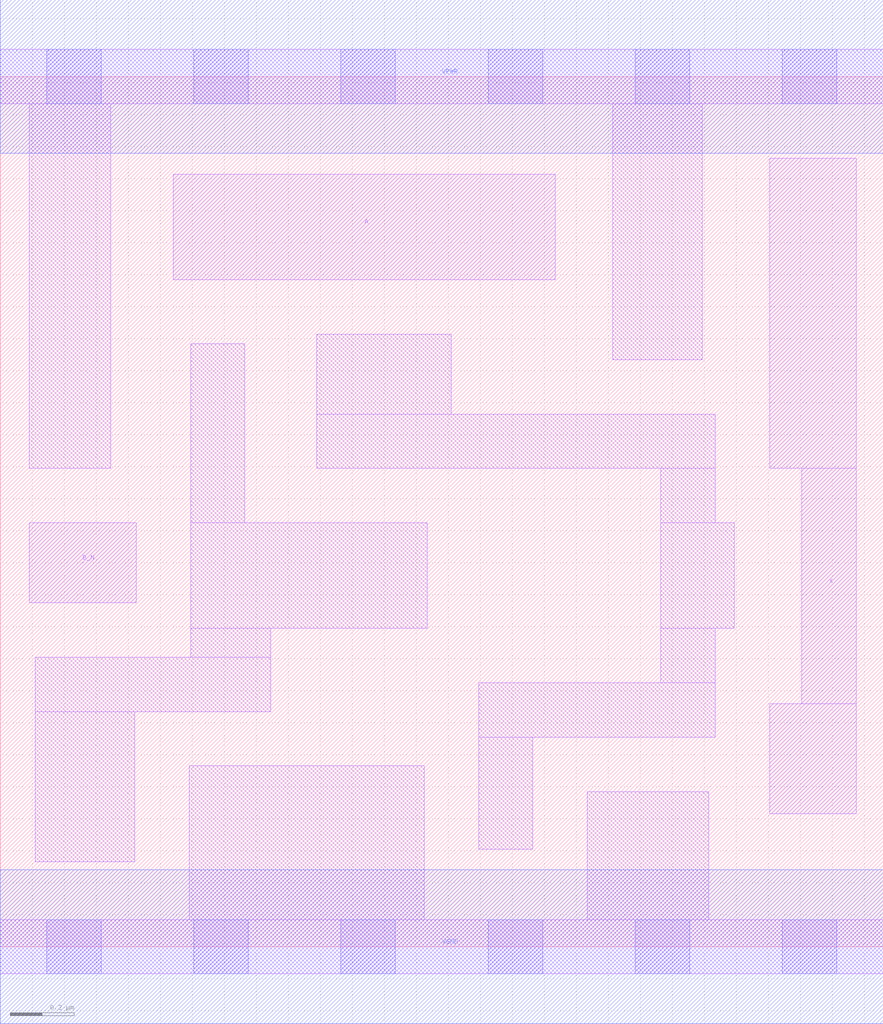
<source format=lef>
# Copyright 2020 The SkyWater PDK Authors
#
# Licensed under the Apache License, Version 2.0 (the "License");
# you may not use this file except in compliance with the License.
# You may obtain a copy of the License at
#
#     https://www.apache.org/licenses/LICENSE-2.0
#
# Unless required by applicable law or agreed to in writing, software
# distributed under the License is distributed on an "AS IS" BASIS,
# WITHOUT WARRANTIES OR CONDITIONS OF ANY KIND, either express or implied.
# See the License for the specific language governing permissions and
# limitations under the License.
#
# SPDX-License-Identifier: Apache-2.0

VERSION 5.7 ;
  NAMESCASESENSITIVE ON ;
  NOWIREEXTENSIONATPIN ON ;
  DIVIDERCHAR "/" ;
  BUSBITCHARS "[]" ;
UNITS
  DATABASE MICRONS 200 ;
END UNITS
MACRO sky130_fd_sc_hd__or2b_1
  CLASS CORE ;
  SOURCE USER ;
  FOREIGN sky130_fd_sc_hd__or2b_1 ;
  ORIGIN  0.000000  0.000000 ;
  SIZE  2.760000 BY  2.720000 ;
  SYMMETRY X Y R90 ;
  SITE unithd ;
  PIN A
    ANTENNAGATEAREA  0.126000 ;
    DIRECTION INPUT ;
    USE SIGNAL ;
    PORT
      LAYER li1 ;
        RECT 0.540000 2.085000 1.735000 2.415000 ;
    END
  END A
  PIN B_N
    ANTENNAGATEAREA  0.126000 ;
    DIRECTION INPUT ;
    USE SIGNAL ;
    PORT
      LAYER li1 ;
        RECT 0.090000 1.075000 0.425000 1.325000 ;
    END
  END B_N
  PIN X
    ANTENNADIFFAREA  0.445500 ;
    DIRECTION OUTPUT ;
    USE SIGNAL ;
    PORT
      LAYER li1 ;
        RECT 2.405000 0.415000 2.675000 0.760000 ;
        RECT 2.405000 1.495000 2.675000 2.465000 ;
        RECT 2.505000 0.760000 2.675000 1.495000 ;
    END
  END X
  PIN VGND
    DIRECTION INOUT ;
    SHAPE ABUTMENT ;
    USE GROUND ;
    PORT
      LAYER met1 ;
        RECT 0.000000 -0.240000 2.760000 0.240000 ;
    END
  END VGND
  PIN VPWR
    DIRECTION INOUT ;
    SHAPE ABUTMENT ;
    USE POWER ;
    PORT
      LAYER met1 ;
        RECT 0.000000 2.480000 2.760000 2.960000 ;
    END
  END VPWR
  OBS
    LAYER li1 ;
      RECT 0.000000 -0.085000 2.760000 0.085000 ;
      RECT 0.000000  2.635000 2.760000 2.805000 ;
      RECT 0.090000  1.495000 0.345000 2.635000 ;
      RECT 0.110000  0.265000 0.420000 0.735000 ;
      RECT 0.110000  0.735000 0.845000 0.905000 ;
      RECT 0.590000  0.085000 1.325000 0.565000 ;
      RECT 0.595000  0.905000 0.845000 0.995000 ;
      RECT 0.595000  0.995000 1.335000 1.325000 ;
      RECT 0.595000  1.325000 0.765000 1.885000 ;
      RECT 0.990000  1.495000 2.235000 1.665000 ;
      RECT 0.990000  1.665000 1.410000 1.915000 ;
      RECT 1.495000  0.305000 1.665000 0.655000 ;
      RECT 1.495000  0.655000 2.235000 0.825000 ;
      RECT 1.835000  0.085000 2.215000 0.485000 ;
      RECT 1.915000  1.835000 2.195000 2.635000 ;
      RECT 2.065000  0.825000 2.235000 0.995000 ;
      RECT 2.065000  0.995000 2.295000 1.325000 ;
      RECT 2.065000  1.325000 2.235000 1.495000 ;
    LAYER mcon ;
      RECT 0.145000 -0.085000 0.315000 0.085000 ;
      RECT 0.145000  2.635000 0.315000 2.805000 ;
      RECT 0.605000 -0.085000 0.775000 0.085000 ;
      RECT 0.605000  2.635000 0.775000 2.805000 ;
      RECT 1.065000 -0.085000 1.235000 0.085000 ;
      RECT 1.065000  2.635000 1.235000 2.805000 ;
      RECT 1.525000 -0.085000 1.695000 0.085000 ;
      RECT 1.525000  2.635000 1.695000 2.805000 ;
      RECT 1.985000 -0.085000 2.155000 0.085000 ;
      RECT 1.985000  2.635000 2.155000 2.805000 ;
      RECT 2.445000 -0.085000 2.615000 0.085000 ;
      RECT 2.445000  2.635000 2.615000 2.805000 ;
  END
END sky130_fd_sc_hd__or2b_1

</source>
